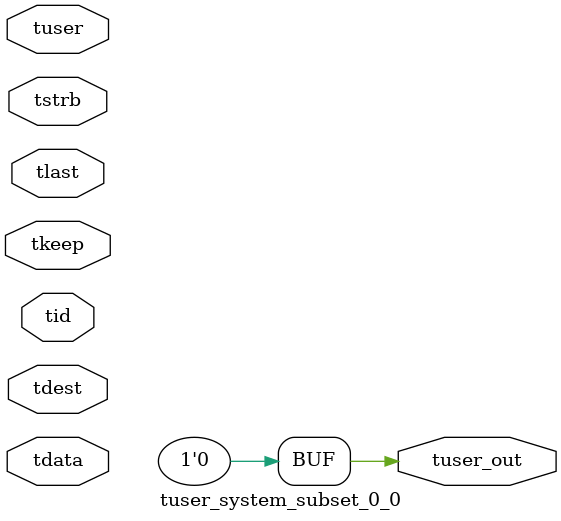
<source format=v>


`timescale 1ps/1ps

module tuser_system_subset_0_0 #
(
parameter C_S_AXIS_TUSER_WIDTH = 1,
parameter C_S_AXIS_TDATA_WIDTH = 32,
parameter C_S_AXIS_TID_WIDTH   = 0,
parameter C_S_AXIS_TDEST_WIDTH = 0,
parameter C_M_AXIS_TUSER_WIDTH = 1
)
(
input  [(C_S_AXIS_TUSER_WIDTH == 0 ? 1 : C_S_AXIS_TUSER_WIDTH)-1:0     ] tuser,
input  [(C_S_AXIS_TDATA_WIDTH == 0 ? 1 : C_S_AXIS_TDATA_WIDTH)-1:0     ] tdata,
input  [(C_S_AXIS_TID_WIDTH   == 0 ? 1 : C_S_AXIS_TID_WIDTH)-1:0       ] tid,
input  [(C_S_AXIS_TDEST_WIDTH == 0 ? 1 : C_S_AXIS_TDEST_WIDTH)-1:0     ] tdest,
input  [(C_S_AXIS_TDATA_WIDTH/8)-1:0 ] tkeep,
input  [(C_S_AXIS_TDATA_WIDTH/8)-1:0 ] tstrb,
input                                                                    tlast,
output [C_M_AXIS_TUSER_WIDTH-1:0] tuser_out
);

assign tuser_out = {1'b0};

endmodule


</source>
